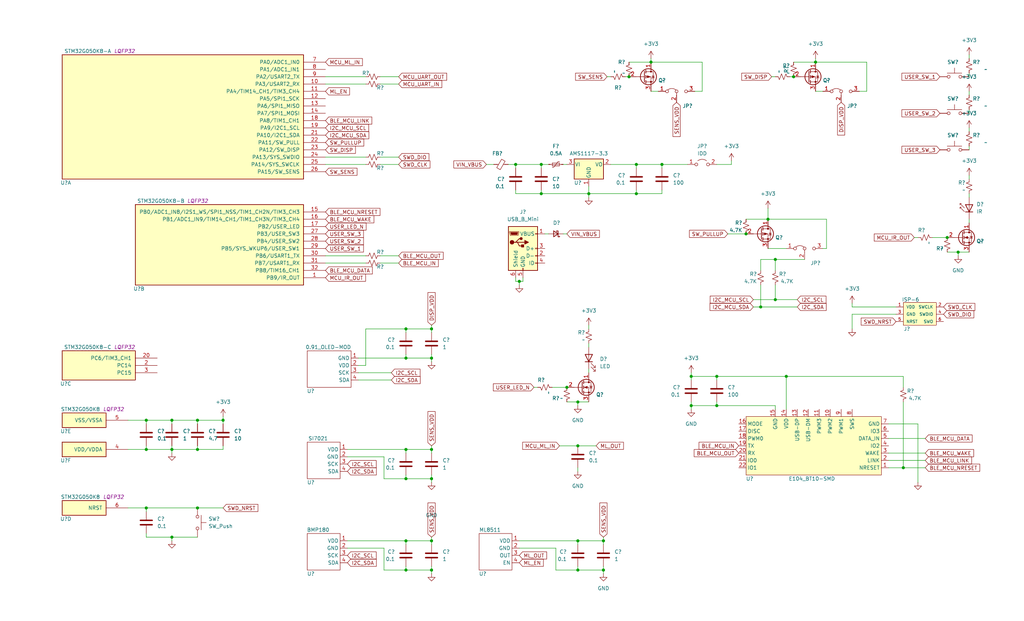
<source format=kicad_sch>
(kicad_sch (version 20211123) (generator eeschema)
  (paper "USLegal")
  (title_block (title "sense-eh") (date "2022-03-20") (rev "A"))
  (junction (at 187.96 57.15))
  (junction (at 149.86 187.96))
  (junction (at 269.24 90.17))
  (junction (at 229.87 57.15))
  (junction (at 50.8 156.21))
  (junction (at 68.58 146.05))
  (junction (at 248.92 130.81))
  (junction (at 59.69 156.21))
  (junction (at 149.86 198.12))
  (junction (at 180.34 97.79))
  (junction (at 220.98 67.31))
  (junction (at 68.58 156.21))
  (junction (at 196.85 134.62))
  (junction (at 200.66 154.94))
  (junction (at 204.47 67.31))
  (junction (at 149.86 156.21))
  (junction (at 149.86 166.37))
  (junction (at 209.55 198.12))
  (junction (at 59.69 186.69))
  (junction (at 68.58 176.53))
  (junction (at 179.07 57.15))
  (junction (at 209.55 187.96))
  (junction (at 328.93 82.55))
  (junction (at 220.98 57.15))
  (junction (at 140.97 166.37))
  (junction (at 140.97 198.12))
  (junction (at 264.16 106.68))
  (junction (at 259.08 81.28))
  (junction (at 140.97 124.46))
  (junction (at 240.03 140.97))
  (junction (at 273.05 130.81))
  (junction (at 59.69 146.05))
  (junction (at 248.92 140.97))
  (junction (at 200.66 187.96))
  (junction (at 149.86 124.46))
  (junction (at 283.21 21.59))
  (junction (at 50.8 176.53))
  (junction (at 200.66 139.7))
  (junction (at 140.97 187.96))
  (junction (at 240.03 130.81))
  (junction (at 266.7 76.2))
  (junction (at 149.86 114.3))
  (junction (at 313.69 162.56))
  (junction (at 50.8 146.05))
  (junction (at 140.97 114.3))
  (junction (at 218.44 26.67))
  (junction (at 226.06 21.59))
  (junction (at 77.47 146.05))
  (junction (at 269.24 104.14))
  (junction (at 200.66 198.12))
  (junction (at 332.74 87.63))
  (junction (at 140.97 156.21))
  (junction (at 187.96 67.31))
  (junction (at 275.59 26.67))
  (wire (pts (xy 68.58 154.94) (xy 68.58 156.21)))
  (wire (pts (xy 59.69 156.21) (xy 59.69 157.48)))
  (wire (pts (xy 187.96 57.15) (xy 190.5 57.15)))
  (wire (pts (xy 269.24 140.97) (xy 248.92 140.97)))
  (wire (pts (xy 266.7 72.39) (xy 266.7 76.2)))
  (wire (pts (xy 68.58 146.05) (xy 68.58 147.32)))
  (wire (pts (xy 59.69 186.69) (xy 59.69 187.96)))
  (wire (pts (xy 124.46 127) (xy 127 127)))
  (wire (pts (xy 254 55.88) (xy 254 57.15)))
  (wire (pts (xy 275.59 21.59) (xy 283.21 21.59)))
  (wire (pts (xy 140.97 124.46) (xy 149.86 124.46)))
  (wire (pts (xy 140.97 196.85) (xy 140.97 198.12)))
  (wire (pts (xy 313.69 139.7) (xy 313.69 162.56)))
  (wire (pts (xy 240.03 129.54) (xy 240.03 130.81)))
  (wire (pts (xy 196.85 139.7) (xy 200.66 139.7)))
  (wire (pts (xy 44.45 146.05) (xy 50.8 146.05)))
  (wire (pts (xy 217.17 26.67) (xy 218.44 26.67)))
  (wire (pts (xy 149.86 196.85) (xy 149.86 198.12)))
  (wire (pts (xy 149.86 156.21) (xy 149.86 157.48)))
  (wire (pts (xy 300.99 31.75) (xy 300.99 21.59)))
  (wire (pts (xy 204.47 64.77) (xy 204.47 67.31)))
  (wire (pts (xy 132.08 54.61) (xy 138.43 54.61)))
  (wire (pts (xy 168.91 57.15) (xy 171.45 57.15)))
  (wire (pts (xy 308.61 147.32) (xy 318.77 147.32)))
  (wire (pts (xy 133.35 190.5) (xy 133.35 198.12)))
  (wire (pts (xy 149.86 113.03) (xy 149.86 114.3)))
  (wire (pts (xy 180.34 190.5) (xy 193.04 190.5)))
  (wire (pts (xy 295.91 106.68) (xy 311.15 106.68)))
  (wire (pts (xy 336.55 38.1) (xy 336.55 39.37)))
  (wire (pts (xy 204.47 67.31) (xy 204.47 68.58)))
  (wire (pts (xy 283.21 21.59) (xy 300.99 21.59)))
  (wire (pts (xy 220.98 66.04) (xy 220.98 67.31)))
  (wire (pts (xy 187.96 57.15) (xy 187.96 58.42)))
  (wire (pts (xy 313.69 130.81) (xy 313.69 134.62)))
  (wire (pts (xy 113.03 54.61) (xy 127 54.61)))
  (wire (pts (xy 336.55 50.8) (xy 336.55 52.07)))
  (wire (pts (xy 113.03 88.9) (xy 127 88.9)))
  (wire (pts (xy 127 114.3) (xy 140.97 114.3)))
  (wire (pts (xy 323.85 82.55) (xy 328.93 82.55)))
  (wire (pts (xy 318.77 147.32) (xy 318.77 167.64)))
  (wire (pts (xy 283.21 31.75) (xy 285.75 31.75)))
  (wire (pts (xy 77.47 154.94) (xy 77.47 156.21)))
  (wire (pts (xy 200.66 187.96) (xy 200.66 189.23)))
  (wire (pts (xy 336.55 31.75) (xy 336.55 33.02)))
  (wire (pts (xy 132.08 88.9) (xy 138.43 88.9)))
  (wire (pts (xy 212.09 57.15) (xy 220.98 57.15)))
  (wire (pts (xy 248.92 139.7) (xy 248.92 140.97)))
  (wire (pts (xy 113.03 91.44) (xy 127 91.44)))
  (wire (pts (xy 295.91 105.41) (xy 295.91 106.68)))
  (wire (pts (xy 243.84 31.75) (xy 243.84 21.59)))
  (wire (pts (xy 269.24 104.14) (xy 276.86 104.14)))
  (wire (pts (xy 149.86 186.69) (xy 149.86 187.96)))
  (wire (pts (xy 210.82 26.67) (xy 212.09 26.67)))
  (wire (pts (xy 248.92 57.15) (xy 254 57.15)))
  (wire (pts (xy 336.55 25.4) (xy 336.55 26.67)))
  (wire (pts (xy 209.55 196.85) (xy 209.55 198.12)))
  (wire (pts (xy 149.86 187.96) (xy 149.86 189.23)))
  (wire (pts (xy 189.23 81.28) (xy 190.5 81.28)))
  (wire (pts (xy 50.8 176.53) (xy 50.8 177.8)))
  (wire (pts (xy 133.35 198.12) (xy 140.97 198.12)))
  (wire (pts (xy 44.45 156.21) (xy 50.8 156.21)))
  (wire (pts (xy 133.35 166.37) (xy 140.97 166.37)))
  (wire (pts (xy 179.07 96.52) (xy 179.07 97.79)))
  (wire (pts (xy 269.24 90.17) (xy 264.16 90.17)))
  (wire (pts (xy 200.66 198.12) (xy 209.55 198.12)))
  (wire (pts (xy 187.96 67.31) (xy 204.47 67.31)))
  (wire (pts (xy 50.8 186.69) (xy 59.69 186.69)))
  (wire (pts (xy 187.96 66.04) (xy 187.96 67.31)))
  (wire (pts (xy 229.87 57.15) (xy 238.76 57.15)))
  (wire (pts (xy 229.87 67.31) (xy 220.98 67.31)))
  (wire (pts (xy 336.55 67.31) (xy 336.55 68.58)))
  (wire (pts (xy 195.58 57.15) (xy 196.85 57.15)))
  (wire (pts (xy 132.08 91.44) (xy 138.43 91.44)))
  (wire (pts (xy 204.47 119.38) (xy 204.47 120.65)))
  (wire (pts (xy 140.97 156.21) (xy 140.97 157.48)))
  (wire (pts (xy 132.08 26.67) (xy 138.43 26.67)))
  (wire (pts (xy 68.58 156.21) (xy 77.47 156.21)))
  (wire (pts (xy 241.3 31.75) (xy 243.84 31.75)))
  (wire (pts (xy 283.21 20.32) (xy 283.21 21.59)))
  (wire (pts (xy 218.44 21.59) (xy 226.06 21.59)))
  (wire (pts (xy 248.92 140.97) (xy 240.03 140.97)))
  (wire (pts (xy 308.61 160.02) (xy 321.31 160.02)))
  (wire (pts (xy 200.66 139.7) (xy 200.66 140.97)))
  (wire (pts (xy 149.86 123.19) (xy 149.86 124.46)))
  (wire (pts (xy 200.66 196.85) (xy 200.66 198.12)))
  (wire (pts (xy 269.24 140.97) (xy 269.24 142.24)))
  (wire (pts (xy 269.24 90.17) (xy 269.24 93.98)))
  (wire (pts (xy 179.07 57.15) (xy 187.96 57.15)))
  (wire (pts (xy 204.47 128.27) (xy 204.47 129.54)))
  (wire (pts (xy 336.55 76.2) (xy 336.55 77.47)))
  (wire (pts (xy 124.46 124.46) (xy 140.97 124.46)))
  (wire (pts (xy 279.4 90.17) (xy 269.24 90.17)))
  (wire (pts (xy 50.8 185.42) (xy 50.8 186.69)))
  (wire (pts (xy 140.97 187.96) (xy 149.86 187.96)))
  (wire (pts (xy 264.16 99.06) (xy 264.16 106.68)))
  (wire (pts (xy 50.8 176.53) (xy 68.58 176.53)))
  (wire (pts (xy 140.97 166.37) (xy 149.86 166.37)))
  (wire (pts (xy 261.62 106.68) (xy 264.16 106.68)))
  (wire (pts (xy 204.47 67.31) (xy 220.98 67.31)))
  (wire (pts (xy 176.53 57.15) (xy 179.07 57.15)))
  (wire (pts (xy 264.16 106.68) (xy 276.86 106.68)))
  (wire (pts (xy 132.08 29.21) (xy 138.43 29.21)))
  (wire (pts (xy 226.06 20.32) (xy 226.06 21.59)))
  (wire (pts (xy 308.61 157.48) (xy 321.31 157.48)))
  (wire (pts (xy 149.86 198.12) (xy 149.86 199.39)))
  (wire (pts (xy 193.04 190.5) (xy 193.04 198.12)))
  (wire (pts (xy 248.92 130.81) (xy 248.92 132.08)))
  (wire (pts (xy 180.34 187.96) (xy 200.66 187.96)))
  (wire (pts (xy 59.69 146.05) (xy 59.69 147.32)))
  (wire (pts (xy 59.69 154.94) (xy 59.69 156.21)))
  (wire (pts (xy 261.62 104.14) (xy 269.24 104.14)))
  (wire (pts (xy 336.55 19.05) (xy 336.55 20.32)))
  (wire (pts (xy 59.69 186.69) (xy 68.58 186.69)))
  (wire (pts (xy 274.32 26.67) (xy 275.59 26.67)))
  (wire (pts (xy 195.58 81.28) (xy 196.85 81.28)))
  (wire (pts (xy 248.92 130.81) (xy 240.03 130.81)))
  (wire (pts (xy 124.46 129.54) (xy 135.89 129.54)))
  (wire (pts (xy 140.97 187.96) (xy 140.97 189.23)))
  (wire (pts (xy 220.98 57.15) (xy 220.98 58.42)))
  (wire (pts (xy 59.69 156.21) (xy 68.58 156.21)))
  (wire (pts (xy 298.45 31.75) (xy 300.99 31.75)))
  (wire (pts (xy 181.61 96.52) (xy 181.61 97.79)))
  (wire (pts (xy 252.73 81.28) (xy 259.08 81.28)))
  (wire (pts (xy 209.55 186.69) (xy 209.55 187.96)))
  (wire (pts (xy 132.08 57.15) (xy 138.43 57.15)))
  (wire (pts (xy 179.07 97.79) (xy 180.34 97.79)))
  (wire (pts (xy 149.86 124.46) (xy 149.86 125.73)))
  (wire (pts (xy 140.97 114.3) (xy 149.86 114.3)))
  (wire (pts (xy 229.87 66.04) (xy 229.87 67.31)))
  (wire (pts (xy 285.75 86.36) (xy 287.02 86.36)))
  (wire (pts (xy 209.55 187.96) (xy 209.55 189.23)))
  (wire (pts (xy 50.8 146.05) (xy 50.8 147.32)))
  (wire (pts (xy 317.5 82.55) (xy 318.77 82.55)))
  (wire (pts (xy 200.66 139.7) (xy 204.47 139.7)))
  (wire (pts (xy 120.65 156.21) (xy 140.97 156.21)))
  (wire (pts (xy 200.66 187.96) (xy 209.55 187.96)))
  (wire (pts (xy 149.86 166.37) (xy 149.86 167.64)))
  (wire (pts (xy 273.05 130.81) (xy 313.69 130.81)))
  (wire (pts (xy 140.97 123.19) (xy 140.97 124.46)))
  (wire (pts (xy 204.47 113.03) (xy 204.47 114.3)))
  (wire (pts (xy 266.7 76.2) (xy 287.02 76.2)))
  (wire (pts (xy 332.74 87.63) (xy 332.74 88.9)))
  (wire (pts (xy 149.86 165.1) (xy 149.86 166.37)))
  (wire (pts (xy 267.97 26.67) (xy 269.24 26.67)))
  (wire (pts (xy 120.65 190.5) (xy 133.35 190.5)))
  (wire (pts (xy 194.31 154.94) (xy 200.66 154.94)))
  (wire (pts (xy 120.65 187.96) (xy 140.97 187.96)))
  (wire (pts (xy 179.07 67.31) (xy 187.96 67.31)))
  (wire (pts (xy 77.47 146.05) (xy 77.47 147.32)))
  (wire (pts (xy 308.61 152.4) (xy 321.31 152.4)))
  (wire (pts (xy 149.86 154.94) (xy 149.86 156.21)))
  (wire (pts (xy 269.24 99.06) (xy 269.24 104.14)))
  (wire (pts (xy 259.08 76.2) (xy 266.7 76.2)))
  (wire (pts (xy 179.07 66.04) (xy 179.07 67.31)))
  (wire (pts (xy 180.34 97.79) (xy 181.61 97.79)))
  (wire (pts (xy 179.07 57.15) (xy 179.07 58.42)))
  (wire (pts (xy 124.46 132.08) (xy 135.89 132.08)))
  (wire (pts (xy 50.8 154.94) (xy 50.8 156.21)))
  (wire (pts (xy 68.58 176.53) (xy 77.47 176.53)))
  (wire (pts (xy 133.35 158.75) (xy 133.35 166.37)))
  (wire (pts (xy 127 114.3) (xy 127 127)))
  (wire (pts (xy 180.34 97.79) (xy 180.34 99.06)))
  (wire (pts (xy 68.58 146.05) (xy 77.47 146.05)))
  (wire (pts (xy 185.42 134.62) (xy 186.69 134.62)))
  (wire (pts (xy 191.77 134.62) (xy 196.85 134.62)))
  (wire (pts (xy 336.55 44.45) (xy 336.55 45.72)))
  (wire (pts (xy 264.16 90.17) (xy 264.16 93.98)))
  (wire (pts (xy 229.87 57.15) (xy 229.87 58.42)))
  (wire (pts (xy 50.8 156.21) (xy 59.69 156.21)))
  (wire (pts (xy 113.03 26.67) (xy 127 26.67)))
  (wire (pts (xy 240.03 139.7) (xy 240.03 140.97)))
  (wire (pts (xy 240.03 140.97) (xy 240.03 142.24)))
  (wire (pts (xy 229.87 57.15) (xy 220.98 57.15)))
  (wire (pts (xy 336.55 60.96) (xy 336.55 62.23)))
  (wire (pts (xy 140.97 165.1) (xy 140.97 166.37)))
  (wire (pts (xy 149.86 114.3) (xy 149.86 115.57)))
  (wire (pts (xy 332.74 87.63) (xy 336.55 87.63)))
  (wire (pts (xy 226.06 21.59) (xy 243.84 21.59)))
  (wire (pts (xy 295.91 114.3) (xy 295.91 109.22)))
  (wire (pts (xy 248.92 130.81) (xy 273.05 130.81)))
  (wire (pts (xy 140.97 198.12) (xy 149.86 198.12)))
  (wire (pts (xy 308.61 162.56) (xy 313.69 162.56)))
  (wire (pts (xy 328.93 87.63) (xy 332.74 87.63)))
  (wire (pts (xy 287.02 76.2) (xy 287.02 86.36)))
  (wire (pts (xy 193.04 198.12) (xy 200.66 198.12)))
  (wire (pts (xy 313.69 162.56) (xy 321.31 162.56)))
  (wire (pts (xy 295.91 109.22) (xy 311.15 109.22)))
  (wire (pts (xy 266.7 86.36) (xy 273.05 86.36)))
  (wire (pts (xy 140.97 114.3) (xy 140.97 115.57)))
  (wire (pts (xy 113.03 29.21) (xy 127 29.21)))
  (wire (pts (xy 59.69 146.05) (xy 68.58 146.05)))
  (wire (pts (xy 77.47 144.78) (xy 77.47 146.05)))
  (wire (pts (xy 200.66 162.56) (xy 200.66 163.83)))
  (wire (pts (xy 113.03 57.15) (xy 127 57.15)))
  (wire (pts (xy 44.45 176.53) (xy 50.8 176.53)))
  (wire (pts (xy 226.06 31.75) (xy 228.6 31.75)))
  (wire (pts (xy 120.65 158.75) (xy 133.35 158.75)))
  (wire (pts (xy 209.55 198.12) (xy 209.55 199.39)))
  (wire (pts (xy 240.03 130.81) (xy 240.03 132.08)))
  (wire (pts (xy 50.8 146.05) (xy 59.69 146.05)))
  (wire (pts (xy 273.05 142.24) (xy 273.05 130.81)))
  (wire (pts (xy 200.66 154.94) (xy 207.01 154.94)))
  (wire (pts (xy 140.97 156.21) (xy 149.86 156.21)))
  (global_label "SW_SENS" (shape input) (at 210.82 26.67 180) (property "Intersheet References" "${INTERSHEET_REFS}" (effects hide)))
  (global_label "I2C_SDA" (shape input) (at 120.65 195.58 0) (property "Intersheet References" "${INTERSHEET_REFS}" (effects hide)))
  (global_label "BLE_MCU_DATA" (shape input) (at 321.31 152.4 0) (property "Intersheet References" "${INTERSHEET_REFS}" (effects hide)))
  (global_label "DISP_VDD" (shape input) (at 149.86 113.03 90) (property "Intersheet References" "${INTERSHEET_REFS}" (effects hide)))
  (global_label "MCU_ML_IN" (shape input) (at 194.31 154.94 180) (property "Intersheet References" "${INTERSHEET_REFS}" (effects hide)))
  (global_label "BLE_MCU_NRESET" (shape input) (at 321.31 162.56 0) (property "Intersheet References" "${INTERSHEET_REFS}" (effects hide)))
  (global_label "I2C_SDA" (shape input) (at 135.89 132.08 0) (property "Intersheet References" "${INTERSHEET_REFS}" (effects hide)))
  (global_label "USER_SW_2" (shape input) (at 326.39 39.37 180) (property "Intersheet References" "${INTERSHEET_REFS}" (effects hide)))
  (global_label "BLE_MCU_IN" (shape input) (at 138.43 91.44 0) (property "Intersheet References" "${INTERSHEET_REFS}" (effects hide)))
  (global_label "MCU_IR_OUT" (shape input) (at 113.03 96.52 0) (property "Intersheet References" "${INTERSHEET_REFS}" (effects hide)))
  (global_label "VIN_VBUS" (shape input) (at 168.91 57.15 180) (property "Intersheet References" "${INTERSHEET_REFS}" (effects hide)))
  (global_label "BLE_MCU_IN" (shape input) (at 256.54 154.94 180) (property "Intersheet References" "${INTERSHEET_REFS}" (effects hide)))
  (global_label "I2C_MCU_SDA" (shape input) (at 261.62 106.68 180) (property "Intersheet References" "${INTERSHEET_REFS}" (effects hide)))
  (global_label "BLE_MCU_OUT" (shape input) (at 256.54 157.48 180) (property "Intersheet References" "${INTERSHEET_REFS}" (effects hide)))
  (global_label "SW_SENS" (shape input) (at 113.03 59.69 0) (property "Intersheet References" "${INTERSHEET_REFS}" (effects hide)))
  (global_label "SWD_NRST" (shape input) (at 311.15 111.76 180) (property "Intersheet References" "${INTERSHEET_REFS}" (effects hide)))
  (global_label "ML_EN" (shape input) (at 180.34 195.58 0) (property "Intersheet References" "${INTERSHEET_REFS}" (effects hide)))
  (global_label "ML_OUT" (shape input) (at 207.01 154.94 0) (property "Intersheet References" "${INTERSHEET_REFS}" (effects hide)))
  (global_label "I2C_SCL" (shape input) (at 120.65 161.29 0) (property "Intersheet References" "${INTERSHEET_REFS}" (effects hide)))
  (global_label "SW_DISP" (shape input) (at 267.97 26.67 180) (property "Intersheet References" "${INTERSHEET_REFS}" (effects hide)))
  (global_label "ML_EN" (shape input) (at 113.03 31.75 0) (property "Intersheet References" "${INTERSHEET_REFS}" (effects hide)))
  (global_label "SW_PULLUP" (shape input) (at 113.03 49.53 0) (property "Intersheet References" "${INTERSHEET_REFS}" (effects hide)))
  (global_label "USER_SW_3" (shape input) (at 113.03 81.28 0) (property "Intersheet References" "${INTERSHEET_REFS}" (effects hide)))
  (global_label "I2C_MCU_SCL" (shape input) (at 261.62 104.14 180) (property "Intersheet References" "${INTERSHEET_REFS}" (effects hide)))
  (global_label "SENS_VDD" (shape input) (at 149.86 186.69 90) (property "Intersheet References" "${INTERSHEET_REFS}" (effects hide)))
  (global_label "I2C_SCL" (shape input) (at 276.86 104.14 0) (property "Intersheet References" "${INTERSHEET_REFS}" (effects hide)))
  (global_label "SWD_NRST" (shape input) (at 77.47 176.53 0) (property "Intersheet References" "${INTERSHEET_REFS}" (effects hide)))
  (global_label "BLE_MCU_NRESET" (shape input) (at 113.03 73.66 0) (property "Intersheet References" "${INTERSHEET_REFS}" (effects hide)))
  (global_label "BLE_MCU_OUT" (shape input) (at 138.43 88.9 0) (property "Intersheet References" "${INTERSHEET_REFS}" (effects hide)))
  (global_label "BLE_MCU_WAKE" (shape input) (at 321.31 157.48 0) (property "Intersheet References" "${INTERSHEET_REFS}" (effects hide)))
  (global_label "I2C_SDA" (shape input) (at 120.65 163.83 0) (property "Intersheet References" "${INTERSHEET_REFS}" (effects hide)))
  (global_label "SENS_VDD" (shape input) (at 234.95 35.56 270) (property "Intersheet References" "${INTERSHEET_REFS}" (effects hide)))
  (global_label "MCU_UART_IN" (shape input) (at 138.43 29.21 0) (property "Intersheet References" "${INTERSHEET_REFS}" (effects hide)))
  (global_label "SENS_VDD" (shape input) (at 149.86 154.94 90) (property "Intersheet References" "${INTERSHEET_REFS}" (effects hide)))
  (global_label "VIN_VBUS" (shape input) (at 196.85 81.28 0) (property "Intersheet References" "${INTERSHEET_REFS}" (effects hide)))
  (global_label "BLE_MCU_DATA" (shape input) (at 113.03 93.98 0) (property "Intersheet References" "${INTERSHEET_REFS}" (effects hide)))
  (global_label "USER_SW_2" (shape input) (at 113.03 83.82 0) (property "Intersheet References" "${INTERSHEET_REFS}" (effects hide)))
  (global_label "USER_LED_N" (shape input) (at 185.42 134.62 180) (property "Intersheet References" "${INTERSHEET_REFS}" (effects hide)))
  (global_label "BLE_MCU_WAKE" (shape input) (at 113.03 76.2 0) (property "Intersheet References" "${INTERSHEET_REFS}" (effects hide)))
  (global_label "I2C_MCU_SDA" (shape input) (at 113.03 46.99 0) (property "Intersheet References" "${INTERSHEET_REFS}" (effects hide)))
  (global_label "USER_SW_3" (shape input) (at 326.39 52.07 180) (property "Intersheet References" "${INTERSHEET_REFS}" (effects hide)))
  (global_label "BLE_MCU_LINK" (shape input) (at 321.31 160.02 0) (property "Intersheet References" "${INTERSHEET_REFS}" (effects hide)))
  (global_label "USER_LED_N" (shape input) (at 113.03 78.74 0) (property "Intersheet References" "${INTERSHEET_REFS}" (effects hide)))
  (global_label "SW_PULLUP" (shape input) (at 252.73 81.28 180) (property "Intersheet References" "${INTERSHEET_REFS}" (effects hide)))
  (global_label "MCU_IR_OUT" (shape input) (at 317.5 82.55 180) (property "Intersheet References" "${INTERSHEET_REFS}" (effects hide)))
  (global_label "I2C_SCL" (shape input) (at 135.89 129.54 0) (property "Intersheet References" "${INTERSHEET_REFS}" (effects hide)))
  (global_label "MCU_ML_IN" (shape input) (at 113.03 21.59 0) (property "Intersheet References" "${INTERSHEET_REFS}" (effects hide)))
  (global_label "SWD_CLK" (shape input) (at 138.43 57.15 0) (property "Intersheet References" "${INTERSHEET_REFS}" (effects hide)))
  (global_label "DISP_VDD" (shape input) (at 292.1 35.56 270) (property "Intersheet References" "${INTERSHEET_REFS}" (effects hide)))
  (global_label "I2C_MCU_SCL" (shape input) (at 113.03 44.45 0) (property "Intersheet References" "${INTERSHEET_REFS}" (effects hide)))
  (global_label "I2C_SCL" (shape input) (at 120.65 193.04 0) (property "Intersheet References" "${INTERSHEET_REFS}" (effects hide)))
  (global_label "SWD_CLK" (shape input) (at 327.66 106.68 0) (property "Intersheet References" "${INTERSHEET_REFS}" (effects hide)))
  (global_label "SENS_VDD" (shape input) (at 209.55 186.69 90) (property "Intersheet References" "${INTERSHEET_REFS}" (effects hide)))
  (global_label "USER_SW_1" (shape input) (at 326.39 26.67 180) (property "Intersheet References" "${INTERSHEET_REFS}" (effects hide)))
  (global_label "SW_DISP" (shape input) (at 113.03 52.07 0) (property "Intersheet References" "${INTERSHEET_REFS}" (effects hide)))
  (global_label "ML_OUT" (shape input) (at 180.34 193.04 0) (property "Intersheet References" "${INTERSHEET_REFS}" (effects hide)))
  (global_label "MCU_UART_OUT" (shape input) (at 138.43 26.67 0) (property "Intersheet References" "${INTERSHEET_REFS}" (effects hide)))
  (global_label "USER_SW_1" (shape input) (at 113.03 86.36 0) (property "Intersheet References" "${INTERSHEET_REFS}" (effects hide)))
  (global_label "SWD_DIO" (shape input) (at 138.43 54.61 0) (property "Intersheet References" "${INTERSHEET_REFS}" (effects hide)))
  (global_label "SWD_DIO" (shape input) (at 327.66 109.22 0) (property "Intersheet References" "${INTERSHEET_REFS}" (effects hide)))
  (global_label "BLE_MCU_LINK" (shape input) (at 113.03 41.91 0) (property "Intersheet References" "${INTERSHEET_REFS}" (effects hide)))
  (global_label "I2C_SDA" (shape input) (at 276.86 106.68 0) (property "Intersheet References" "${INTERSHEET_REFS}" (effects hide)))
  (symbol (lib_id "Jumper:Jumper_2_Open") (at 243.84 57.15 0) (unit 1)
    (property "Reference" "JP?" (at 243.84 50.8 0))
    (property "Value" "IDD" (at 243.84 53.34 0))
  )
  (symbol (lib_id "Device:C") (at 140.97 193.04 0) (mirror x) (unit 1)
    (property "Reference" "C?" (at 137.16 191.7699 0) (effects (justify right)))
    (property "Value" "0.1" (at 137.16 194.3099 0) (effects (justify right)))
  )
  (symbol (lib_id "power:GND") (at 59.69 157.48 0) (unit 1)
    (property "Reference" "#PWR?" (effects hide))
    (property "Value" "GND" (effects hide))
  )
  (symbol (lib_id "Device:LED") (at 204.47 124.46 90) (unit 1)
    (property "Reference" "D?" (at 208.28 124.7774 90) (effects (justify right)))
    (property "Value" "LED" (at 208.28 127.3174 90) (effects (justify right)))
  )
  (symbol (lib_id "power:+3.3V") (at 283.21 20.32 0) (unit 1)
    (property "Reference" "#PWR?" (effects hide))
    (property "Value" "+3.3V" (at 283.21 15.24 0))
  )
  (symbol (lib_id "Device:Q_PMOS_DGS") (at 223.52 26.67 0) (unit 1)
    (property "Reference" "Q?" (at 228.6 27.94 0) (effects (justify left)))
    (property "Value" "~" (at 229.87 27.9399 0) (effects (justify left)))
  )
  (symbol (lib_id "Device:D_Schottky_Small") (at 193.04 81.28 180) (unit 1)
    (property "Reference" "D?" (at 193.294 77.47 0))
    (property "Value" "D_Schottky_Small" (effects hide))
  )
  (symbol (lib_id "Device:R_Small_US") (at 129.54 26.67 270) (unit 1)
    (property "Reference" "R?" (at 127 25.4 90))
    (property "Value" "300R" (effects hide))
  )
  (symbol (lib_id "Device:R_Small_US") (at 259.08 78.74 0) (mirror x) (unit 1)
    (property "Reference" "R?" (at 257.81 77.47 0) (effects (justify right)))
    (property "Value" "4.7K" (at 257.81 80.01 0) (effects (justify right)))
  )
  (symbol (lib_id "power:GND") (at 332.74 88.9 0) (unit 1)
    (property "Reference" "#PWR?" (effects hide))
    (property "Value" "~" (at 332.74 93.98 0))
  )
  (symbol (lib_id "Device:R_Small_US") (at 321.31 82.55 270) (mirror x) (unit 1)
    (property "Reference" "R?" (at 321.31 80.01 90) (effects (justify right)))
    (property "Value" "~" (at 322.58 83.82 0) (effects (justify right)))
  )
  (symbol (lib_id "Jumper:Jumper_3_Bridged12") (at 234.95 31.75 0) (unit 1)
    (property "Reference" "JP?" (at 238.76 36.83 0))
  )
  (symbol (lib_id "Device:C") (at 50.8 181.61 0) (unit 1)
    (property "Reference" "C?" (at 54.61 180.3399 0) (effects (justify left)))
    (property "Value" "0.1" (at 54.61 182.8799 0) (effects (justify left)))
  )
  (symbol (lib_id "stm32:STM32G050K8-C") (at 34.29 127 0) (unit 3)
    (property "Reference" "U?" (at 22.86 133.35 0))
    (property "Value" "STM32G050K8-C" (at 30.48 120.65 0))
    (property "Footprint" "LQFP32" (at 43.18 120.65 0) (effects (font italic)))
  )
  (symbol (lib_id "Device:C") (at 140.97 161.29 0) (mirror x) (unit 1)
    (property "Reference" "C?" (at 137.16 160.0199 0) (effects (justify right)))
    (property "Value" "0.1" (at 137.16 162.5599 0) (effects (justify right)))
  )
  (symbol (lib_id "Device:C") (at 229.87 62.23 0) (mirror y) (unit 1)
    (property "Reference" "C?" (at 233.68 60.9599 0) (effects (justify right)))
    (property "Value" "100" (at 233.68 63.4999 0) (effects (justify right)))
  )
  (symbol (lib_id "Device:Polyfuse_Small") (at 193.04 57.15 90) (unit 1)
    (property "Reference" "F?" (at 193.04 50.8 90))
    (property "Value" "0.5A" (at 193.04 53.34 90))
  )
  (symbol (lib_id "Device:R_Small_US") (at 275.59 24.13 0) (mirror x) (unit 1)
    (property "Reference" "R?" (at 274.32 22.86 0) (effects (justify right)))
    (property "Value" "~" (at 274.32 25.4 0) (effects (justify right)))
  )
  (symbol (lib_id "Device:C") (at 140.97 119.38 0) (mirror x) (unit 1)
    (property "Reference" "C?" (at 137.16 118.1099 0) (effects (justify right)))
    (property "Value" "0.1" (at 137.16 120.6499 0) (effects (justify right)))
  )
  (symbol (lib_id "Device:C") (at 179.07 62.23 0) (mirror x) (unit 1)
    (property "Reference" "C?" (at 175.26 62.23 0) (effects (justify right)))
    (property "Value" "0.1" (at 175.26 64.77 0) (effects (justify right)))
  )
  (symbol (lib_id "power:+3.3V") (at 336.55 19.05 0) (unit 1)
    (property "Reference" "#PWR?" (effects hide))
    (property "Value" "~" (at 336.55 13.97 0))
  )
  (symbol (lib_id "devices:BMP180") (at 113.03 190.5 0) (unit 1)
    (property "Reference" "U?" (at 107.95 199.39 0))
    (property "Value" "BMP180" (at 110.49 184.15 0))
  )
  (symbol (lib_id "Device:R_Small_US") (at 313.69 137.16 0) (mirror x) (unit 1)
    (property "Reference" "R?" (at 317.5 135.89 0) (effects (justify right)))
    (property "Value" "4.7K" (at 320.04 138.43 0) (effects (justify right)))
  )
  (symbol (lib_id "Device:C") (at 240.03 135.89 0) (mirror x) (unit 1)
    (property "Reference" "C?" (at 236.22 134.6199 0) (effects (justify right)))
    (property "Value" "0.1" (at 236.22 137.1599 0) (effects (justify right)))
  )
  (symbol (lib_id "power:GND") (at 180.34 99.06 0) (unit 1)
    (property "Reference" "#PWR?" (effects hide))
    (property "Value" "GND" (effects hide))
  )
  (symbol (lib_id "power:GND") (at 149.86 167.64 0) (mirror y) (unit 1)
    (property "Reference" "#PWR?" (effects hide))
    (property "Value" "~" (at 149.86 179.07 0))
  )
  (symbol (lib_id "Device:R_Small_US") (at 271.78 26.67 90) (mirror x) (unit 1)
    (property "Reference" "R?" (at 273.05 25.4 0) (effects (justify right)))
    (property "Value" "~" (at 270.51 25.4 0) (effects (justify right)))
  )
  (symbol (lib_id "power:+3.3V") (at 204.47 113.03 0) (unit 1)
    (property "Reference" "#PWR?" (effects hide))
    (property "Value" "+3.3V" (at 204.47 107.95 0))
  )
  (symbol (lib_id "Device:R_Small_US") (at 129.54 57.15 270) (unit 1)
    (property "Reference" "R?" (at 132.08 58.42 90))
    (property "Value" "300R" (effects hide))
  )
  (symbol (lib_id "power:GND") (at 200.66 140.97 0) (unit 1)
    (property "Reference" "#PWR?" (effects hide))
    (property "Value" "GND" (at 200.66 146.05 0))
  )
  (symbol (lib_id "Switch:SW_Push") (at 331.47 52.07 0) (unit 1)
    (property "Reference" "SW?" (at 328.93 46.99 0) (effects (justify left)))
  )
  (symbol (lib_id "Device:R_Small_US") (at 269.24 96.52 0) (mirror x) (unit 1)
    (property "Reference" "R?" (at 273.05 95.25 0) (effects (justify right)))
    (property "Value" "4.7K" (at 275.59 97.79 0) (effects (justify right)))
  )
  (symbol (lib_id "power:+3V3") (at 77.47 144.78 0) (unit 1)
    (property "Reference" "#PWR?" (effects hide))
    (property "Value" "+3V3" (at 77.47 139.7 0))
  )
  (symbol (lib_id "Device:C") (at 248.92 135.89 0) (mirror x) (unit 1)
    (property "Reference" "C?" (at 255.27 134.62 0) (effects (justify right)))
    (property "Value" "100" (at 256.54 137.16 0) (effects (justify right)))
  )
  (symbol (lib_id "power:+3.3V") (at 295.91 105.41 0) (unit 1)
    (property "Reference" "#PWR?" (effects hide))
    (property "Value" "+3.3V" (at 295.91 100.33 0))
  )
  (symbol (lib_id "isp-6:ISP-6") (at 320.04 109.22 0) (unit 1)
    (property "Reference" "J?" (at 314.96 114.3 0))
    (property "Value" "ISP-6" (at 316.23 104.14 0))
    (property "Footprint" "SWD-ISP-6" (effects hide))
  )
  (symbol (lib_id "Switch:SW_Push") (at 68.58 181.61 270) (unit 1)
    (property "Reference" "SW?" (at 72.39 180.3399 90) (effects (justify left)))
    (property "Value" "SW_Push" (at 72.39 182.8799 90) (effects (justify left)))
  )
  (symbol (lib_id "Device:R_Small_US") (at 214.63 26.67 90) (mirror x) (unit 1)
    (property "Reference" "R?" (at 213.36 30.48 90) (effects (justify right)))
    (property "Value" "~" (at 213.36 25.4 0) (effects (justify right)))
  )
  (symbol (lib_id "power:+3.3V") (at 266.7 72.39 0) (unit 1)
    (property "Reference" "#PWR?" (effects hide))
    (property "Value" "+3.3V" (at 266.7 67.31 0))
  )
  (symbol (lib_id "Device:R_Small_US") (at 218.44 24.13 0) (mirror x) (unit 1)
    (property "Reference" "R?" (at 217.17 21.59 0) (effects (justify right)))
    (property "Value" "~" (at 217.17 25.4 0) (effects (justify right)))
  )
  (symbol (lib_id "power:+3.3V") (at 240.03 129.54 0) (unit 1)
    (property "Reference" "#PWR?" (effects hide))
    (property "Value" "+3.3V" (at 240.03 124.46 0))
  )
  (symbol (lib_id "power:+3.3V") (at 254 55.88 0) (unit 1)
    (property "Reference" "#PWR?" (effects hide))
    (property "Value" "+3.3V" (at 254 50.8 0))
  )
  (symbol (lib_id "power:GND") (at 149.86 199.39 0) (unit 1)
    (property "Reference" "#PWR?" (effects hide))
    (property "Value" "GND" (effects hide))
  )
  (symbol (lib_id "power:GND") (at 240.03 142.24 0) (unit 1)
    (property "Reference" "#PWR?" (effects hide))
    (property "Value" "~" (at 240.03 147.32 0))
  )
  (symbol (lib_id "Device:C") (at 77.47 151.13 0) (unit 1)
    (property "Reference" "C?" (at 81.28 149.8599 0) (effects (justify left)))
    (property "Value" "10" (at 81.28 152.3999 0) (effects (justify left)))
  )
  (symbol (lib_id "Device:R_Small_US") (at 129.54 54.61 270) (unit 1)
    (property "Reference" "R?" (at 132.08 53.34 90))
    (property "Value" "300R" (effects hide))
  )
  (symbol (lib_id "power:GND") (at 200.66 163.83 0) (unit 1)
    (property "Reference" "#PWR?" (effects hide))
    (property "Value" "GND" (at 200.66 168.91 0))
  )
  (symbol (lib_id "Device:FerriteBead_Small") (at 173.99 57.15 90) (unit 1)
    (property "Reference" "FB?" (at 172.72 53.34 90))
    (property "Value" "FerriteBead_Small" (effects hide))
  )
  (symbol (lib_id "Device:C") (at 209.55 193.04 180) (unit 1)
    (property "Reference" "C?" (at 213.36 191.7699 0) (effects (justify right)))
    (property "Value" "1" (at 213.36 194.3099 0) (effects (justify right)))
  )
  (symbol (lib_id "stm32:STM32G030K(6-8)Tx_u") (at 31.75 176.53 0) (unit 4)
    (property "Reference" "U?" (at 22.86 180.34 0))
    (property "Value" "STM32G050K8" (at 27.94 172.72 0))
    (property "Footprint" "LQFP32" (at 39.37 172.72 0) (effects (font italic)))
  )
  (symbol (lib_id "Device:C") (at 68.58 151.13 0) (unit 1)
    (property "Reference" "C?" (at 72.39 149.8599 0) (effects (justify left)))
    (property "Value" "4.7" (at 72.39 152.3999 0) (effects (justify left)))
  )
  (symbol (lib_id "stm32:STM32G050K8-A") (at 63.5 41.91 0) (unit 1)
    (property "Reference" "U?" (at 22.86 63.5 0))
    (property "Value" "STM32G050K8-A" (at 30.48 17.78 0))
    (property "Footprint" "LQFP32" (at 43.18 17.78 0) (effects (font italic)))
  )
  (symbol (lib_id "power:+3.3V") (at 336.55 44.45 0) (unit 1)
    (property "Reference" "#PWR?" (effects hide))
    (property "Value" "~" (at 336.55 39.37 0))
  )
  (symbol (lib_id "Device:Q_PMOS_DGS") (at 264.16 81.28 0) (unit 1)
    (property "Reference" "Q?" (at 269.24 82.55 0) (effects (justify left)))
    (property "Value" "Q_PMOS_DGS" (effects hide))
  )
  (symbol (lib_id "Device:R_Small_US") (at 196.85 137.16 0) (mirror x) (unit 1)
    (property "Reference" "R?" (at 194.31 138.43 0) (effects (justify right)))
    (property "Value" "~" (at 195.58 138.43 0) (effects (justify right)))
  )
  (symbol (lib_name "STM32G030K(6-8)Tx_u_2") (lib_id "stm32:STM32G030K(6-8)Tx_u") (at 31.75 146.05 0) (unit 5)
    (property "Reference" "U?" (at 22.86 149.86 0))
    (property "Value" "STM32G050K8" (at 27.94 142.24 0))
    (property "Footprint" "LQFP32" (at 39.37 142.24 0) (effects (font italic)))
  )
  (symbol (lib_id "Regulator_Linear:AMS1117-3.3") (at 204.47 57.15 0) (unit 1)
    (property "Reference" "U?" (at 200.66 63.5 0))
    (property "Value" "AMS1117-3.3" (at 204.47 53.34 0))
    (property "Footprint" "Package_TO_SOT_SMD:SOT-223-3_TabPin2" (effects hide))
    (property "Datasheet" "http://www.advanced-monolithic.com/pdf/ds1117.pdf" (effects hide))
  )
  (symbol (lib_id "devices:0.91_OLED-MOD") (at 116.84 127 0) (unit 1)
    (property "Reference" "U?" (at 109.22 135.89 0) (effects (justify right)))
    (property "Value" "0.91_OLED-MOD" (at 121.92 120.65 0) (effects (justify right)))
  )
  (symbol (lib_id "devices:SI7021") (at 113.03 158.75 0) (unit 1)
    (property "Reference" "U?" (at 107.95 167.64 0))
    (property "Value" "SI7021" (at 110.49 152.4 0))
  )
  (symbol (lib_id "Device:C") (at 149.86 193.04 180) (unit 1)
    (property "Reference" "C?" (at 153.67 191.7699 0) (effects (justify right)))
    (property "Value" "1" (at 153.67 194.3099 0) (effects (justify right)))
  )
  (symbol (lib_id "LED:IR204A") (at 336.55 71.12 90) (unit 1)
    (property "Reference" "D?" (at 339.09 70.9929 90) (effects (justify right)))
    (property "Value" "IR" (at 339.09 73.5329 90) (effects (justify right)))
    (property "Footprint" "LED_THT:LED_D3.0mm_IRBlack" (effects hide))
    (property "Datasheet" "http://www.everlight.com/file/ProductFile/IR204-A.pdf" (effects hide))
  )
  (symbol (lib_id "Device:Q_PMOS_DGS") (at 280.67 26.67 0) (unit 1)
    (property "Reference" "Q?" (at 285.75 27.94 0) (effects (justify left)))
    (property "Value" "~" (at 287.02 27.9399 0) (effects (justify left)))
  )
  (symbol (lib_id "Switch:SW_Push") (at 331.47 39.37 0) (unit 1)
    (property "Reference" "SW?" (at 328.93 34.29 0) (effects (justify left)))
  )
  (symbol (lib_id "Device:R_Small_US") (at 328.93 85.09 0) (mirror x) (unit 1)
    (property "Reference" "R?" (at 327.66 86.36 0) (effects (justify right)))
    (property "Value" "~" (at 327.66 86.36 0) (effects (justify right)))
  )
  (symbol (lib_id "Device:R_Small_US") (at 264.16 96.52 0) (mirror x) (unit 1)
    (property "Reference" "R?" (at 262.89 95.25 0) (effects (justify right)))
    (property "Value" "4.7K" (at 262.89 97.79 0) (effects (justify right)))
  )
  (symbol (lib_id "Device:C") (at 50.8 151.13 0) (unit 1)
    (property "Reference" "C?" (at 54.61 149.8599 0) (effects (justify left)))
    (property "Value" "0.1" (at 54.61 152.3999 0) (effects (justify left)))
  )
  (symbol (lib_id "Connector:USB_B_Mini") (at 181.61 86.36 0) (unit 1)
    (property "Reference" "J?" (at 181.61 73.66 0))
    (property "Value" "USB_B_Mini" (at 181.61 76.2 0))
  )
  (symbol (lib_id "power:GND") (at 149.86 125.73 0) (mirror y) (unit 1)
    (property "Reference" "#PWR?" (effects hide))
    (property "Value" "GND" (effects hide))
  )
  (symbol (lib_id "devices:E104_BT10-SMD") (at 281.94 153.67 0) (unit 1)
    (property "Reference" "U?" (at 260.35 166.37 0))
    (property "Value" "E104_BT10-SMD" (at 281.94 166.37 0))
  )
  (symbol (lib_id "power:GND") (at 59.69 187.96 0) (unit 1)
    (property "Reference" "#PWR?" (effects hide))
    (property "Value" "GND" (effects hide))
  )
  (symbol (lib_id "Device:R_Small_US") (at 336.55 64.77 0) (mirror x) (unit 1)
    (property "Reference" "R?" (at 335.28 63.5 0) (effects (justify right)))
    (property "Value" "~" (at 335.28 66.04 0) (effects (justify right)))
  )
  (symbol (lib_id "Device:R_Small_US") (at 204.47 116.84 0) (mirror x) (unit 1)
    (property "Reference" "R?" (at 203.2 115.57 0) (effects (justify right)))
    (property "Value" "~" (at 203.2 118.11 0) (effects (justify right)))
  )
  (symbol (lib_id "stm32:STM32G050K8-B") (at 77.47 86.36 0) (unit 2)
    (property "Reference" "U?" (at 48.26 100.33 0))
    (property "Value" "STM32G050K8-B" (at 55.88 69.85 0))
    (property "Footprint" "LQFP32" (at 68.58 69.85 0) (effects (font italic)))
  )
  (symbol (lib_id "Device:R_Small_US") (at 129.54 29.21 270) (unit 1)
    (property "Reference" "R?" (at 132.08 30.48 90))
    (property "Value" "300R" (effects hide))
  )
  (symbol (lib_id "power:GND") (at 295.91 114.3 0) (unit 1)
    (property "Reference" "#PWR?" (effects hide))
    (property "Value" "GND" (effects hide))
  )
  (symbol (lib_name "STM32G030K(6-8)Tx_u_1") (lib_id "stm32:STM32G030K(6-8)Tx_u") (at 29.21 156.21 0) (unit 6)
    (property "Reference" "U?" (at 22.86 160.02 0))
    (property "Value" "STM32G030K(6-8)Tx_u" (effects hide))
    (property "Footprint" "LQFP32" (effects hide))
  )
  (symbol (lib_id "Jumper:Jumper_3_Bridged12") (at 279.4 86.36 0) (unit 1)
    (property "Reference" "JP?" (at 283.21 91.44 0))
    (property "Value" "Jumper_3_Bridged12" (effects hide))
  )
  (symbol (lib_id "power:GND") (at 204.47 68.58 0) (unit 1)
    (property "Reference" "#PWR?" (effects hide))
    (property "Value" "GND" (effects hide))
  )
  (symbol (lib_id "Device:R_Small_US") (at 129.54 91.44 270) (unit 1)
    (property "Reference" "R?" (at 132.08 92.71 90))
    (property "Value" "300R" (effects hide))
  )
  (symbol (lib_id "Jumper:Jumper_3_Bridged12") (at 292.1 31.75 0) (unit 1)
    (property "Reference" "JP?" (at 295.91 36.83 0))
  )
  (symbol (lib_id "Device:C") (at 200.66 158.75 180) (unit 1)
    (property "Reference" "C?" (at 204.47 157.4799 0) (effects (justify right)))
    (property "Value" "0.1" (at 204.47 160.0199 0) (effects (justify right)))
  )
  (symbol (lib_id "Device:C") (at 149.86 119.38 180) (unit 1)
    (property "Reference" "C?" (at 153.67 118.1099 0) (effects (justify right)))
    (property "Value" "1" (at 153.67 120.6499 0) (effects (justify right)))
  )
  (symbol (lib_id "Device:R_Small_US") (at 336.55 22.86 0) (mirror x) (unit 1)
    (property "Reference" "R?" (at 340.36 21.59 0) (effects (justify right)))
    (property "Value" "~" (at 342.9 24.13 0) (effects (justify right)))
  )
  (symbol (lib_id "Device:R_Small_US") (at 336.55 48.26 0) (mirror x) (unit 1)
    (property "Reference" "R?" (at 340.36 46.99 0) (effects (justify right)))
    (property "Value" "~" (at 342.9 49.53 0) (effects (justify right)))
  )
  (symbol (lib_id "Device:Q_NMOS_DGS") (at 201.93 134.62 0) (unit 1)
    (property "Reference" "Q?" (at 207.01 137.16 0) (effects (justify left)))
    (property "Value" "Q_NMOS_DGS" (effects hide))
  )
  (symbol (lib_id "Device:C") (at 187.96 62.23 0) (unit 1)
    (property "Reference" "C?" (at 191.77 62.23 0) (effects (justify left)))
    (property "Value" "10" (at 191.77 64.77 0) (effects (justify left)))
  )
  (symbol (lib_id "Device:C") (at 200.66 193.04 0) (mirror x) (unit 1)
    (property "Reference" "C?" (at 196.85 191.7699 0) (effects (justify right)))
    (property "Value" "0.1" (at 196.85 194.3099 0) (effects (justify right)))
  )
  (symbol (lib_id "power:GND") (at 318.77 167.64 0) (unit 1)
    (property "Reference" "#PWR?" (effects hide))
    (property "Value" "GND" (effects hide))
  )
  (symbol (lib_id "Device:C") (at 220.98 62.23 0) (mirror x) (unit 1)
    (property "Reference" "C?" (at 217.17 60.9599 0) (effects (justify right)))
    (property "Value" "0.1" (at 217.17 63.4999 0) (effects (justify right)))
  )
  (symbol (lib_id "Device:C") (at 59.69 151.13 0) (unit 1)
    (property "Reference" "C?" (at 63.5 149.8599 0) (effects (justify left)))
    (property "Value" "1" (at 63.5 152.3999 0) (effects (justify left)))
  )
  (symbol (lib_id "Switch:SW_Push") (at 331.47 26.67 0) (unit 1)
    (property "Reference" "SW?" (at 328.93 21.59 0) (effects (justify left)))
    (property "Value" "SW_Push" (effects hide))
  )
  (symbol (lib_id "Device:R_Small_US") (at 129.54 88.9 270) (unit 1)
    (property "Reference" "R?" (at 132.08 87.63 90))
    (property "Value" "300R" (effects hide))
  )
  (symbol (lib_id "power:+3.3V") (at 336.55 31.75 0) (unit 1)
    (property "Reference" "#PWR?" (effects hide))
    (property "Value" "~" (at 336.55 26.67 0))
  )
  (symbol (lib_id "Device:Q_NMOS_DGS") (at 334.01 82.55 0) (unit 1)
    (property "Reference" "Q?" (at 339.09 83.82 0) (effects (justify left)))
    (property "Value" "~" (at 340.36 83.8199 0) (effects (justify left)))
  )
  (symbol (lib_id "Device:R_Small_US") (at 336.55 35.56 0) (mirror x) (unit 1)
    (property "Reference" "R?" (at 340.36 34.29 0) (effects (justify right)))
    (property "Value" "~" (at 342.9 36.83 0) (effects (justify right)))
  )
  (symbol (lib_id "Device:C") (at 149.86 161.29 180) (unit 1)
    (property "Reference" "C?" (at 153.67 160.0199 0) (effects (justify right)))
    (property "Value" "1" (at 153.67 162.5599 0) (effects (justify right)))
  )
  (symbol (lib_id "Device:R_Small_US") (at 189.23 134.62 270) (mirror x) (unit 1)
    (property "Reference" "R?" (at 189.23 132.08 90) (effects (justify right)))
    (property "Value" "~" (at 190.5 135.89 0) (effects (justify right)))
  )
  (symbol (lib_id "devices:ML8511") (at 172.72 190.5 0) (unit 1)
    (property "Reference" "U?" (at 167.64 199.39 0))
    (property "Value" "ML8511" (at 170.18 184.15 0))
  )
  (symbol (lib_id "power:+3.3V") (at 336.55 60.96 0) (unit 1)
    (property "Reference" "#PWR?" (effects hide))
    (property "Value" "~" (at 336.55 55.88 0))
  )
  (symbol (lib_id "power:GND") (at 209.55 199.39 0) (mirror y) (unit 1)
    (property "Reference" "#PWR?" (effects hide))
    (property "Value" "~" (at 209.55 204.47 0))
  )
  (symbol (lib_id "power:+3.3V") (at 226.06 20.32 0) (unit 1)
    (property "Reference" "#PWR?" (effects hide))
    (property "Value" "+3.3V" (at 226.06 15.24 0))
  )
)
</source>
